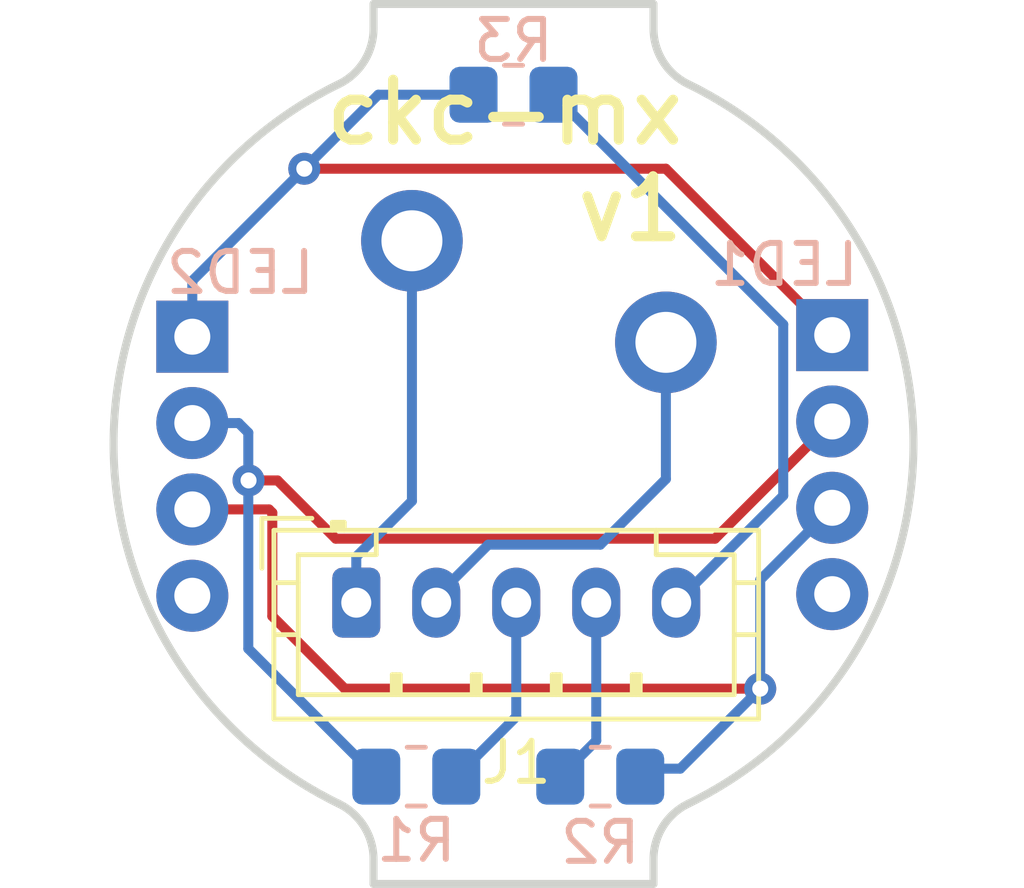
<source format=kicad_pcb>
(kicad_pcb (version 20211014) (generator pcbnew)
  (layers (0 "F.Cu" signal) (31 "B.Cu" signal) (34 "B.Paste" user) (35 "F.Paste" user) (36 "B.SilkS" user "B.Silkscreen") (37 "F.SilkS" user "F.Silkscreen") (38 "B.Mask" user) (39 "F.Mask" user) (44 "Edge.Cuts" user))
  (net 0 "")
  (net 1 "Net-(J1-Pad2)")
  (net 2 "Net-(J1-Pad3)")
  (net 3 "Net-(J1-Pad4)")
  (net 4 "Net-(J1-Pad5)")
  (net 5 "GND")
  (net 6 "a")
  (net 7 "s")
  (net 8 "d")
  (net 9 "Net-(J1-Pad1)")
  (footprint "alexandria_MX:MX100" (layer "F.Cu") (at 148.43125 65.88125)
    (fp_text reference "SW1")
    (fp_text value "SW_Push")
    (pad "" np_thru_hole circle locked (at 5.08 0) (size 1.7018 1.7018) (drill 1.7018) (layers *.Cu *.Mask))
    (pad "" np_thru_hole circle locked (at -5.08 0) (size 1.7018 1.7018) (drill 1.7018) (layers *.Cu *.Mask))
    (pad "" np_thru_hole circle locked (at 0 0) (size 3.9878 3.9878) (drill 3.9878) (layers *.Cu *.Mask))
    (pad "1" thru_hole circle locked (at -2.54 -5.08) (size 2.54 2.54) (drill 1.524) (layers *.Cu "F.Mask") (net 9 "Net-(J1-Pad1)"))
    (pad "2" thru_hole circle locked (at 3.81 -2.54 90) (size 2.54 2.54) (drill 1.524) (layers *.Cu "F.Mask") (net 1 "Net-(J1-Pad2)"))
  )
  (footprint "Connector_JST:JST_PH_B5B-PH-K_1x05_P2.00mm_Vertical" (layer "F.Cu") (at 144.5 69.85)
    (fp_text reference "J1" (at 4 4) (layer "F.SilkS"))
    (fp_text value "Conn_01x05_Male")
    (fp_line (start 1 2.3) (end 1 1.8) (layer "F.SilkS") (width 0.12))
    (fp_line (start -0.3 -1.81) (end -0.3 -2.01) (layer "F.SilkS") (width 0.12))
    (fp_line (start 5.1 1.8) (end 5.1 2.3) (layer "F.SilkS") (width 0.12))
    (fp_line (start 3.1 1.8) (end 3.1 2.3) (layer "F.SilkS") (width 0.12))
    (fp_line (start -2.06 -0.5) (end -1.45 -0.5) (layer "F.SilkS") (width 0.12))
    (fp_line (start 7 2.3) (end 7 1.8) (layer "F.SilkS") (width 0.12))
    (fp_line (start 0.5 -1.2) (end -1.45 -1.2) (layer "F.SilkS") (width 0.12))
    (fp_line (start -0.6 -2.01) (end -0.6 -1.81) (layer "F.SilkS") (width 0.12))
    (fp_line (start 10.06 0.8) (end 9.45 0.8) (layer "F.SilkS") (width 0.12))
    (fp_line (start 10.06 2.91) (end 10.06 -1.81) (layer "F.SilkS") (width 0.12))
    (fp_line (start 9.45 -1.2) (end 7.5 -1.2) (layer "F.SilkS") (width 0.12))
    (fp_line (start 6.9 1.8) (end 7.1 1.8) (layer "F.SilkS") (width 0.12))
    (fp_line (start 10.06 -0.5) (end 9.45 -0.5) (layer "F.SilkS") (width 0.12))
    (fp_line (start -2.06 0.8) (end -1.45 0.8) (layer "F.SilkS") (width 0.12))
    (fp_line (start 3 2.3) (end 3 1.8) (layer "F.SilkS") (width 0.12))
    (fp_line (start -0.3 -1.91) (end -0.6 -1.91) (layer "F.SilkS") (width 0.12))
    (fp_line (start 5 2.3) (end 5 1.8) (layer "F.SilkS") (width 0.12))
    (fp_line (start 4.9 2.3) (end 4.9 1.8) (layer "F.SilkS") (width 0.12))
    (fp_line (start 4.9 1.8) (end 5.1 1.8) (layer "F.SilkS") (width 0.12))
    (fp_line (start -2.06 -1.81) (end -2.06 2.91) (layer "F.SilkS") (width 0.12))
    (fp_line (start 10.06 -1.81) (end -2.06 -1.81) (layer "F.SilkS") (width 0.12))
    (fp_line (start 7.1 1.8) (end 7.1 2.3) (layer "F.SilkS") (width 0.12))
    (fp_line (start -1.45 -1.2) (end -1.45 2.3) (layer "F.SilkS") (width 0.12))
    (fp_line (start -1.11 -2.11) (end -2.36 -2.11) (layer "F.SilkS") (width 0.12))
    (fp_line (start 7.5 -1.2) (end 7.5 -1.81) (layer "F.SilkS") (width 0.12))
    (fp_line (start 1.1 1.8) (end 1.1 2.3) (layer "F.SilkS") (width 0.12))
    (fp_line (start -2.06 2.91) (end 10.06 2.91) (layer "F.SilkS") (width 0.12))
    (fp_line (start 6.9 2.3) (end 6.9 1.8) (layer "F.SilkS") (width 0.12))
    (fp_line (start 0.9 2.3) (end 0.9 1.8) (layer "F.SilkS") (width 0.12))
    (fp_line (start -1.45 2.3) (end 9.45 2.3) (layer "F.SilkS") (width 0.12))
    (fp_line (start -2.36 -2.11) (end -2.36 -0.86) (layer "F.SilkS") (width 0.12))
    (fp_line (start 2.9 2.3) (end 2.9 1.8) (layer "F.SilkS") (width 0.12))
    (fp_line (start -0.3 -2.01) (end -0.6 -2.01) (layer "F.SilkS") (width 0.12))
    (fp_line (start 2.9 1.8) (end 3.1 1.8) (layer "F.SilkS") (width 0.12))
    (fp_line (start 0.9 1.8) (end 1.1 1.8) (layer "F.SilkS") (width 0.12))
    (fp_line (start 0.5 -1.81) (end 0.5 -1.2) (layer "F.SilkS") (width 0.12))
    (fp_line (start 9.45 2.3) (end 9.45 -1.2) (layer "F.SilkS") (width 0.12))
    (pad "1" thru_hole roundrect (at 0 0) (size 1.2 1.75) (drill 0.75) (layers *.Cu *.Mask) (roundrect_rratio 0.2083333333) (net 9 "Net-(J1-Pad1)"))
    (pad "2" thru_hole oval (at 2 0) (size 1.2 1.75) (drill 0.75) (layers *.Cu *.Mask) (net 1 "Net-(J1-Pad2)"))
    (pad "3" thru_hole oval (at 4 0) (size 1.2 1.75) (drill 0.75) (layers *.Cu *.Mask) (net 2 "Net-(J1-Pad3)"))
    (pad "4" thru_hole oval (at 6 0) (size 1.2 1.75) (drill 0.75) (layers *.Cu *.Mask) (net 3 "Net-(J1-Pad4)"))
    (pad "5" thru_hole oval (at 8 0) (size 1.2 1.75) (drill 0.75) (layers *.Cu *.Mask) (net 4 "Net-(J1-Pad5)"))
  )
  (footprint "Resistor_SMD:R_0805_2012Metric_Pad1.20x1.40mm_HandSolder" (layer "B.Cu") (at 150.6 74.2)
    (fp_text reference "R2" (at 0 1.65) (layer "B.SilkS") (effects (justify mirror)))
    (fp_text value "R_Small")
    (fp_line (start -0.227064 0.735) (end 0.227064 0.735) (layer "B.SilkS") (width 0.12))
    (fp_line (start -0.227064 -0.735) (end 0.227064 -0.735) (layer "B.SilkS") (width 0.12))
    (pad "1" smd roundrect (at -1 0) (size 1.2 1.4) (layers "B.Cu" "B.Paste" "B.Mask") (roundrect_rratio 0.2083333333) (net 3 "Net-(J1-Pad4)"))
    (pad "2" smd roundrect (at 1 0) (size 1.2 1.4) (layers "B.Cu" "B.Paste" "B.Mask") (roundrect_rratio 0.2083333333) (net 6 "a"))
  )
  (footprint "Resistor_SMD:R_0805_2012Metric_Pad1.20x1.40mm_HandSolder" (layer "B.Cu") (at 146 74.2 180)
    (fp_text reference "R1" (at 0 -1.6) (layer "B.SilkS") (effects (justify mirror)))
    (fp_text value "R_Small")
    (fp_line (start -0.227064 -0.735) (end 0.227064 -0.735) (layer "B.SilkS") (width 0.12))
    (fp_line (start -0.227064 0.735) (end 0.227064 0.735) (layer "B.SilkS") (width 0.12))
    (pad "1" smd roundrect (at -1 0 180) (size 1.2 1.4) (layers "B.Cu" "B.Paste" "B.Mask") (roundrect_rratio 0.2083333333) (net 2 "Net-(J1-Pad3)"))
    (pad "2" smd roundrect (at 1 0 180) (size 1.2 1.4) (layers "B.Cu" "B.Paste" "B.Mask") (roundrect_rratio 0.2083333333) (net 7 "s"))
  )
  (footprint "LED_THT:LED_D5.0mm-4_RGB_Wide_Pins" (layer "B.Cu") (at 140.4 63.2 -90)
    (fp_text reference "LED2" (at -1.6 -1.2 180) (layer "B.SilkS") (effects (justify mirror)))
    (fp_text value "LED_RGBK")
    (pad "1" thru_hole rect (at 0 0 270) (size 1.8 1.8) (drill 0.9) (layers *.Cu *.Mask) (net 8 "d"))
    (pad "2" thru_hole circle (at 2.159 0 270) (size 1.8 1.8) (drill 0.9) (layers *.Cu *.Mask) (net 7 "s"))
    (pad "3" thru_hole circle (at 4.318 0 270) (size 1.8 1.8) (drill 0.9) (layers *.Cu *.Mask) (net 6 "a"))
    (pad "4" thru_hole circle (at 6.477 0 270) (size 1.8 1.8) (drill 0.9) (layers *.Cu *.Mask) (net 5 "GND"))
  )
  (footprint "LED_THT:LED_D5.0mm-4_RGB_Wide_Pins" (layer "B.Cu") (at 156.4 63.16 -90)
    (fp_text reference "LED1" (at -1.76 1.2 180) (layer "B.SilkS") (effects (justify mirror)))
    (fp_text value "LED_RGBK")
    (pad "1" thru_hole rect (at 0 0 270) (size 1.8 1.8) (drill 0.9) (layers *.Cu *.Mask) (net 8 "d"))
    (pad "2" thru_hole circle (at 2.159 0 270) (size 1.8 1.8) (drill 0.9) (layers *.Cu *.Mask) (net 7 "s"))
    (pad "3" thru_hole circle (at 4.318 0 270) (size 1.8 1.8) (drill 0.9) (layers *.Cu *.Mask) (net 6 "a"))
    (pad "4" thru_hole circle (at 6.477 0 270) (size 1.8 1.8) (drill 0.9) (layers *.Cu *.Mask) (net 5 "GND"))
  )
  (footprint "Resistor_SMD:R_0805_2012Metric_Pad1.20x1.40mm_HandSolder" (layer "B.Cu") (at 148.43125 57.15 180)
    (fp_text reference "R3" (at 0 1.35) (layer "B.SilkS") (effects (justify mirror)))
    (fp_text value "R_Small")
    (fp_line (start -0.227064 0.735) (end 0.227064 0.735) (layer "B.SilkS") (width 0.12))
    (fp_line (start -0.227064 -0.735) (end 0.227064 -0.735) (layer "B.SilkS") (width 0.12))
    (pad "1" smd roundrect (at -1 0 180) (size 1.2 1.4) (layers "B.Cu" "B.Paste" "B.Mask") (roundrect_rratio 0.2083333333) (net 4 "Net-(J1-Pad5)"))
    (pad "2" smd roundrect (at 1 0 180) (size 1.2 1.4) (layers "B.Cu" "B.Paste" "B.Mask") (roundrect_rratio 0.2083333333) (net 8 "d"))
  )
  (gr_arc locked (start 144.058956 74.87475) (mid 138.43125 65.88125) (end 144.058956 56.88775) (layer "Edge.Cuts") (width 0.2))
  (gr_line locked (start 151.93125 55.493758) (end 151.93125 54.88125) (layer "Edge.Cuts") (width 0.2))
  (gr_line locked (start 144.93125 54.88125) (end 144.93125 55.493758) (layer "Edge.Cuts") (width 0.2))
  (gr_arc locked (start 152.803544 56.88775) (mid 152.167298 56.315967) (end 151.93125 55.493758) (layer "Edge.Cuts") (width 0.2))
  (gr_line locked (start 151.93125 76.88125) (end 151.93125 76.268742) (layer "Edge.Cuts") (width 0.2))
  (gr_line locked (start 144.93125 76.268742) (end 144.93125 76.88125) (layer "Edge.Cuts") (width 0.2))
  (gr_line locked (start 144.93125 76.88125) (end 151.93125 76.88125) (layer "Edge.Cuts") (width 0.2))
  (gr_arc locked (start 144.93125 55.493758) (mid 144.695203 56.315967) (end 144.058956 56.88775) (layer "Edge.Cuts") (width 0.2))
  (gr_arc locked (start 151.93125 76.268742) (mid 152.1673 75.446536) (end 152.803544 74.87475) (layer "Edge.Cuts") (width 0.2))
  (gr_arc locked (start 144.058956 74.87475) (mid 144.695203 75.446533) (end 144.93125 76.268742) (layer "Edge.Cuts") (width 0.2))
  (gr_line locked (start 151.93125 54.88125) (end 144.93125 54.88125) (layer "Edge.Cuts") (width 0.2))
  (gr_arc locked (start 152.803544 56.88775) (mid 158.43125 65.88125) (end 152.803544 74.87475) (layer "Edge.Cuts") (width 0.2))
  (gr_text "ckc-mx\nv1" (at 152.8 58.8) (layer "F.SilkS") (effects (font (size 1.5 1.5) (thickness 0.25)) (justify right)))
  (segment (start 147.8 68.4) (end 150.6 68.4) (width 0.25) (layer "B.Cu") (net 1))
  (segment (start 146.5 70.5) (end 146.5 69.7) (width 0.25) (layer "B.Cu") (net 1))
  (segment (start 150.6 68.4) (end 152.24125 66.75875) (width 0.25) (layer "B.Cu") (net 1))
  (segment (start 146.5 69.7) (end 147.8 68.4) (width 0.25) (layer "B.Cu") (net 1))
  (segment (start 152.24125 66.75875) (end 152.24125 63.34125) (width 0.25) (layer "B.Cu") (net 1))
  (segment (start 148.5 72.7) (end 147.2 74) (width 0.25) (layer "B.Cu") (net 2))
  (segment (start 148.5 69.85) (end 148.5 72.7) (width 0.25) (layer "B.Cu") (net 2))
  (segment (start 150.5 73.3) (end 149.8 74) (width 0.25) (layer "B.Cu") (net 3))
  (segment (start 150.5 69.85) (end 150.5 73.3) (width 0.25) (layer "B.Cu") (net 3))
  (segment (start 152.5 70.5) (end 152.5 69.85) (width 0.25) (layer "B.Cu") (net 4))
  (segment (start 152.5 69.85) (end 155.175 67.175) (width 0.25) (layer "B.Cu") (net 4))
  (segment (start 155.175 62.89375) (end 149.43125 57.15) (width 0.25) (layer "B.Cu") (net 4))
  (segment (start 155.175 67.175) (end 155.175 62.89375) (width 0.25) (layer "B.Cu") (net 4))
  (segment (start 142.318 67.518) (end 140.4 67.518) (width 0.25) (layer "F.Cu") (net 6))
  (segment (start 154.6 72) (end 144.211827 72) (width 0.25) (layer "F.Cu") (net 6))
  (segment (start 142.4 70.188173) (end 142.4 67.6) (width 0.25) (layer "F.Cu") (net 6))
  (segment (start 142.4 67.6) (end 142.318 67.518) (width 0.25) (layer "F.Cu") (net 6))
  (segment (start 144.211827 72) (end 142.4 70.188173) (width 0.25) (layer "F.Cu") (net 6))
  (via (at 154.6 72) (size 0.8) (drill 0.4) (layers "F.Cu" "B.Cu") (net 6))
  (segment (start 154.6 72) (end 154.6 69.278) (width 0.25) (layer "B.Cu") (net 6))
  (segment (start 151.8 74) (end 152.6 74) (width 0.25) (layer "B.Cu") (net 6))
  (segment (start 154.6 69.278) (end 156.4 67.478) (width 0.25) (layer "B.Cu") (net 6))
  (segment (start 152.6 74) (end 154.6 72) (width 0.25) (layer "B.Cu") (net 6))
  (segment (start 142.529814 66.7935) (end 143.986465 68.250151) (width 0.25) (layer "F.Cu") (net 7))
  (segment (start 153.468849 68.250151) (end 156.4 65.319) (width 0.25) (layer "F.Cu") (net 7))
  (segment (start 141.806326 66.7935) (end 142.529814 66.7935) (width 0.25) (layer "F.Cu") (net 7))
  (segment (start 143.986465 68.250151) (end 153.468849 68.250151) (width 0.25) (layer "F.Cu") (net 7))
  (via (at 141.806326 66.7935) (size 0.8) (drill 0.4) (layers "F.Cu" "B.Cu") (net 7))
  (segment (start 145 74.2) (end 141.8 71) (width 0.25) (layer "B.Cu") (net 7))
  (segment (start 141.8 66.799826) (end 141.806326 66.7935) (width 0.25) (layer "B.Cu") (net 7))
  (segment (start 141.8 67) (end 141.8 66.799826) (width 0.25) (layer "B.Cu") (net 7))
  (segment (start 141.8 65.6) (end 141.559 65.359) (width 0.25) (layer "B.Cu") (net 7))
  (segment (start 141.559 65.359) (end 140.4 65.359) (width 0.25) (layer "B.Cu") (net 7))
  (segment (start 141.8 67) (end 141.8 65.6) (width 0.25) (layer "B.Cu") (net 7))
  (segment (start 141.8 71) (end 141.8 67) (width 0.25) (layer "B.Cu") (net 7))
  (segment (start 143.2 59) (end 152.24 59) (width 0.25) (layer "F.Cu") (net 8))
  (segment (start 152.24 59) (end 156.4 63.16) (width 0.25) (layer "F.Cu") (net 8))
  (via (at 143.2 59) (size 0.8) (drill 0.4) (layers "F.Cu" "B.Cu") (net 8))
  (segment (start 143.2 59) (end 140.4 61.8) (width 0.25) (layer "B.Cu") (net 8))
  (segment (start 145.05 57.15) (end 143.2 59) (width 0.25) (layer "B.Cu") (net 8))
  (segment (start 147.43125 57.15) (end 145.05 57.15) (width 0.25) (layer "B.Cu") (net 8))
  (segment (start 140.4 61.8) (end 140.4 63.2) (width 0.25) (layer "B.Cu") (net 8))
  (segment (start 144.5 68.7) (end 145.89125 67.30875) (width 0.25) (layer "B.Cu") (net 9))
  (segment (start 145.89125 67.30875) (end 145.89125 60.80125) (width 0.25) (layer "B.Cu") (net 9))
  (segment (start 144.5 70.5) (end 144.5 68.7) (width 0.25) (layer "B.Cu") (net 9))
)
</source>
